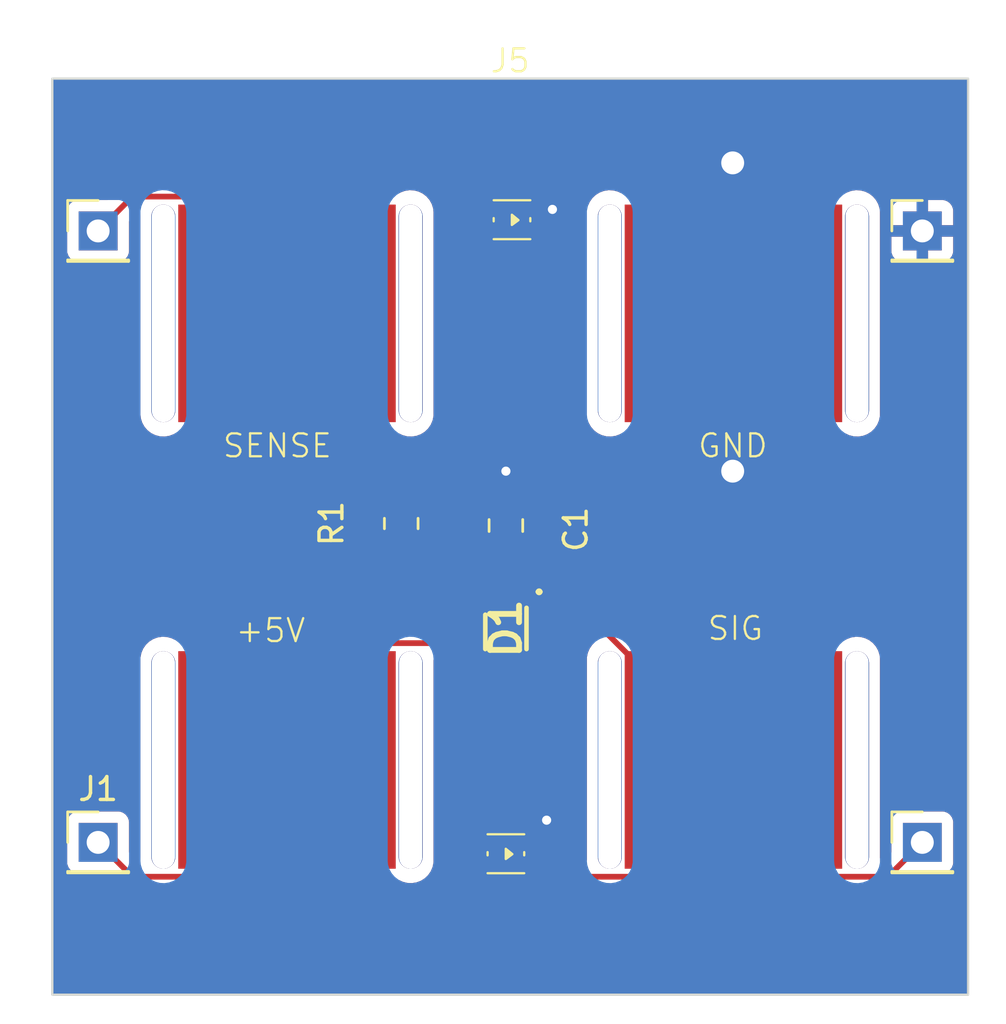
<source format=kicad_pcb>
(kicad_pcb (version 20221018) (generator pcbnew)
  (title_block (title "Bottom Block PCB") (date "2024-02-10") (rev "1.0") (company "Block Party"))
  (layers (0 "F.Cu" signal) (31 "B.Cu" signal) (34 "B.Paste" user) (35 "F.Paste" user) (36 "B.SilkS" user "B.Silkscreen") (37 "F.SilkS" user "F.Silkscreen") (38 "B.Mask" user) (39 "F.Mask" user) (44 "Edge.Cuts" user))
  (net 0 "")
  (net 1 "D5V")
  (net 2 "GND")
  (net 3 "+5V")
  (net 4 "DOUT")
  (net 5 "SENSE")
  (net 6 "DIN")
  (net 7 "Net-(LED1-DI)")
  (footprint "Connector_PinHeader_2.54mm:PinHeader_1x01_P2.54mm_Vertical" (layer "F.Cu") (at 141.7 92.41)
    (fp_text reference "J1" (at 0 -2.33) (layer "F.SilkS"))
    (fp_text value "~")
    (fp_line (start -1.33 -1.33) (end 0 -1.33) (stroke (width 0.12)) (layer "F.SilkS"))
    (fp_line (start -1.33 0) (end -1.33 -1.33) (stroke (width 0.12)) (layer "F.SilkS"))
    (fp_line (start -1.33 1.27) (end -1.33 1.33) (stroke (width 0.12)) (layer "F.SilkS"))
    (fp_line (start -1.33 1.27) (end 1.33 1.27) (stroke (width 0.12)) (layer "F.SilkS"))
    (fp_line (start -1.33 1.33) (end 1.33 1.33) (stroke (width 0.12)) (layer "F.SilkS"))
    (fp_line (start 1.33 1.27) (end 1.33 1.33) (stroke (width 0.12)) (layer "F.SilkS"))
    (pad "1" thru_hole rect (at 0 0) (size 1.7 1.7) (drill 1) (layers "*.Cu" "*.Mask") (net 3 "+5V"))
  )
  (footprint "Quinn_lib:XL-1615RGBC-WS2812B" (layer "F.Cu") (at 159.512 92.906 180)
    (fp_text reference "LED1" hide)
    (fp_text value "~")
    (fp_line (start -0.8 -0.85) (end 0.8 -0.85) (stroke (width 0.1)) (layer "F.SilkS"))
    (fp_line (start -0.8 -0.07) (end -0.8 0.07) (stroke (width 0.1)) (layer "F.SilkS"))
    (fp_line (start -0.8 0.85) (end 0.8 0.85) (stroke (width 0.1)) (layer "F.SilkS"))
    (fp_line (start 0.8 -0.07) (end 0.8 0.07) (stroke (width 0.1)) (layer "F.SilkS"))
    (fp_poly (pts (xy -0.282535 -0.017658) (xy 0.005886 -0.22956) (xy 0.005886 0.217788)) (stroke (width 0.1)) (fill solid) (layer "F.SilkS"))
    (pad "1" smd rect (at -0.75 -0.45 180) (size 0.8 0.65) (layers "F.Cu" "F.Paste" "F.Mask") (net 4 "DOUT"))
    (pad "2" smd rect (at 0.75 -0.45 180) (size 0.8 0.65) (layers "F.Cu" "F.Paste" "F.Mask") (net 1 "D5V"))
    (pad "3" smd rect (at -0.75 0.45 180) (size 0.8 0.65) (layers "F.Cu" "F.Paste" "F.Mask") (net 2 "GND"))
    (pad "4" smd rect (at 0.75 0.45 180) (size 0.8 0.65) (layers "F.Cu" "F.Paste" "F.Mask") (net 7 "Net-(LED1-DI)"))
  )
  (footprint "Connector_PinHeader_2.54mm:PinHeader_1x01_P2.54mm_Vertical" (layer "F.Cu") (at 177.7 92.41)
    (fp_text reference "J2" hide)
    (fp_text value "~")
    (fp_line (start -1.33 -1.33) (end 0 -1.33) (stroke (width 0.12)) (layer "F.SilkS"))
    (fp_line (start -1.33 0) (end -1.33 -1.33) (stroke (width 0.12)) (layer "F.SilkS"))
    (fp_line (start -1.33 1.27) (end -1.33 1.33) (stroke (width 0.12)) (layer "F.SilkS"))
    (fp_line (start -1.33 1.27) (end 1.33 1.27) (stroke (width 0.12)) (layer "F.SilkS"))
    (fp_line (start -1.33 1.33) (end 1.33 1.33) (stroke (width 0.12)) (layer "F.SilkS"))
    (fp_line (start 1.33 1.27) (end 1.33 1.33) (stroke (width 0.12)) (layer "F.SilkS"))
    (pad "1" thru_hole rect (at 0 0) (size 1.7 1.7) (drill 1) (layers "*.Cu" "*.Mask") (net 4 "DOUT"))
  )
  (footprint "Quinn_lib:XL-1615RGBC-WS2812B" (layer "F.Cu") (at 159.778 65.22 180)
    (fp_text reference "LED2" hide)
    (fp_text value "~" hide)
    (fp_line (start -0.8 -0.85) (end 0.8 -0.85) (stroke (width 0.1)) (layer "F.SilkS"))
    (fp_line (start -0.8 -0.07) (end -0.8 0.07) (stroke (width 0.1)) (layer "F.SilkS"))
    (fp_line (start -0.8 0.85) (end 0.8 0.85) (stroke (width 0.1)) (layer "F.SilkS"))
    (fp_line (start 0.8 -0.07) (end 0.8 0.07) (stroke (width 0.1)) (layer "F.SilkS"))
    (fp_poly (pts (xy -0.282535 -0.017658) (xy 0.005886 -0.22956) (xy 0.005886 0.217788)) (stroke (width 0.1)) (fill solid) (layer "F.SilkS"))
    (pad "1" smd rect (at -0.75 -0.45 180) (size 0.8 0.65) (layers "F.Cu" "F.Paste" "F.Mask") (net 7 "Net-(LED1-DI)"))
    (pad "2" smd rect (at 0.75 -0.45 180) (size 0.8 0.65) (layers "F.Cu" "F.Paste" "F.Mask") (net 1 "D5V"))
    (pad "3" smd rect (at -0.75 0.45 180) (size 0.8 0.65) (layers "F.Cu" "F.Paste" "F.Mask") (net 2 "GND"))
    (pad "4" smd rect (at 0.75 0.45 180) (size 0.8 0.65) (layers "F.Cu" "F.Paste" "F.Mask") (net 6 "DIN"))
  )
  (footprint "Connector_PinHeader_2.54mm:PinHeader_1x01_P2.54mm_Vertical" (layer "F.Cu") (at 141.7 65.71)
    (fp_text reference "J3" hide)
    (fp_text value "~")
    (fp_line (start -1.33 -1.33) (end 0 -1.33) (stroke (width 0.12)) (layer "F.SilkS"))
    (fp_line (start -1.33 0) (end -1.33 -1.33) (stroke (width 0.12)) (layer "F.SilkS"))
    (fp_line (start -1.33 1.27) (end -1.33 1.33) (stroke (width 0.12)) (layer "F.SilkS"))
    (fp_line (start -1.33 1.27) (end 1.33 1.27) (stroke (width 0.12)) (layer "F.SilkS"))
    (fp_line (start -1.33 1.33) (end 1.33 1.33) (stroke (width 0.12)) (layer "F.SilkS"))
    (fp_line (start 1.33 1.27) (end 1.33 1.33) (stroke (width 0.12)) (layer "F.SilkS"))
    (pad "1" thru_hole rect (at 0 0) (size 1.7 1.7) (drill 1) (layers "*.Cu" "*.Mask") (net 5 "SENSE"))
  )
  (footprint "Capacitor_SMD:C_0805_2012Metric" (layer "F.Cu") (at 159.512 78.573281 90)
    (fp_text reference "C1" (at -0.166719 3.048 90) (layer "F.SilkS"))
    (fp_text value "3.3uF")
    (fp_line (start -0.261252 -0.735) (end 0.261252 -0.735) (stroke (width 0.12)) (layer "F.SilkS"))
    (fp_line (start -0.261252 0.735) (end 0.261252 0.735) (stroke (width 0.12)) (layer "F.SilkS"))
    (pad "1" smd roundrect (at -0.95 0 90) (size 1 1.45) (layers "F.Cu" "F.Paste" "F.Mask") (net 1 "D5V"))
    (pad "2" smd roundrect (at 0.95 0 90) (size 1 1.45) (layers "F.Cu" "F.Paste" "F.Mask") (net 2 "GND"))
  )
  (footprint "Connector_PinHeader_2.54mm:PinHeader_1x01_P2.54mm_Vertical" (layer "F.Cu") (at 177.7 65.71)
    (fp_text reference "J4" hide)
    (fp_text value "~")
    (fp_line (start -1.33 -1.33) (end 0 -1.33) (stroke (width 0.12)) (layer "F.SilkS"))
    (fp_line (start -1.33 0) (end -1.33 -1.33) (stroke (width 0.12)) (layer "F.SilkS"))
    (fp_line (start -1.33 1.27) (end -1.33 1.33) (stroke (width 0.12)) (layer "F.SilkS"))
    (fp_line (start -1.33 1.27) (end 1.33 1.27) (stroke (width 0.12)) (layer "F.SilkS"))
    (fp_line (start -1.33 1.33) (end 1.33 1.33) (stroke (width 0.12)) (layer "F.SilkS"))
    (fp_line (start 1.33 1.27) (end 1.33 1.33) (stroke (width 0.12)) (layer "F.SilkS"))
    (pad "1" thru_hole rect (at 0 0) (size 1.7 1.7) (drill 1) (layers "*.Cu" "*.Mask") (net 2 "GND"))
  )
  (footprint "Resistor_SMD:R_0805_2012Metric" (layer "F.Cu") (at 154.94 78.486 -90)
    (fp_text reference "R1" (at 0 3.048 90) (layer "F.SilkS"))
    (fp_text value "10k")
    (fp_line (start -0.227064 -0.735) (end 0.227064 -0.735) (stroke (width 0.12)) (layer "F.SilkS"))
    (fp_line (start -0.227064 0.735) (end 0.227064 0.735) (stroke (width 0.12)) (layer "F.SilkS"))
    (pad "1" smd roundrect (at -0.9125 0 270) (size 1.025 1.4) (layers "F.Cu" "F.Paste" "F.Mask") (roundrect_rratio 0.243902) (net 5 "SENSE"))
    (pad "2" smd roundrect (at 0.9125 0 270) (size 1.025 1.4) (layers "F.Cu" "F.Paste" "F.Mask") (roundrect_rratio 0.243902) (net 2 "GND"))
  )
  (footprint "KiCad:1N4007W" (layer "F.Cu") (at 159.512 83.068259 -90)
    (fp_text reference "D1" (at 0 0 90) (layer "F.SilkS") (effects (font (size 1.27 1.27) (thickness 0.254))))
    (fp_text value "1N4007W" hide)
    (fp_line (start -1.6 -1.5) (end -1.6 -1.5) (stroke (width 0.2)) (layer "F.SilkS"))
    (fp_line (start -1.6 -1.5) (end -1.6 -1.4) (stroke (width 0.2)) (layer "F.SilkS"))
    (fp_line (start -1.6 -1.4) (end -1.6 -1.4) (stroke (width 0.2)) (layer "F.SilkS"))
    (fp_line (start -0.9 -0.9) (end 0.9 -0.9) (stroke (width 0.2)) (layer "F.SilkS"))
    (fp_line (start -0.6 0.9) (end 0.9 0.9) (stroke (width 0.2)) (layer "F.SilkS"))
    (fp_arc (start -1.6 -1.5) (mid -1.55 -1.45) (end -1.6 -1.4) (stroke (width 0.2)) (layer "F.SilkS"))
    (fp_arc (start -1.6 -1.4) (mid -1.65 -1.45) (end -1.6 -1.5) (stroke (width 0.2)) (layer "F.SilkS"))
    (pad "1" smd rect (at -1.6 0) (size 1.2 1.2) (layers "F.Cu" "F.Paste" "F.Mask") (net 1 "D5V"))
    (pad "2" smd rect (at 1.6 0) (size 1.2 1.2) (layers "F.Cu" "F.Paste" "F.Mask") (net 3 "+5V"))
  )
  (footprint "Quinn_lib:Bottom Block Connector" (layer "F.Cu") (at 159.7 79.06)
    (fp_text reference "J5" (at 0 -20.78 unlocked) (layer "F.SilkS") (effects (font (thickness 0.1))))
    (fp_text value "~")
    (fp_text user "SIG" (at 8.556951 4.592293 unlocked) (layer "F.SilkS") (effects (font (thickness 0.1)) (justify left bottom)))
    (fp_text user "SENSE" (at -12.618985 -3.383665 unlocked) (layer "F.SilkS") (effects (font (thickness 0.1)) (justify left bottom)))
    (fp_text user "+5V" (at -12.059269 4.685579 unlocked) (layer "F.SilkS") (effects (font (thickness 0.1)) (justify left bottom)))
    (fp_text user "GND" (at 8.137164 -3.383665 unlocked) (layer "F.SilkS") (effects (font (thickness 0.1)) (justify left bottom)))
    (pad "1" smd rect (at 9.75 -9.75) (size 9.5 9.5) (layers "F.Cu" "F.Paste" "F.Mask") (net 2 "GND"))
    (pad "2" smd rect (at -9.75 -9.75) (size 9.5 9.5) (layers "F.Cu" "F.Paste" "F.Mask") (net 5 "SENSE"))
    (pad "3" smd rect (at 9.75 9.75) (size 9.5 9.5) (layers "F.Cu" "F.Paste" "F.Mask") (net 6 "DIN"))
    (pad "4" smd rect (at -9.75 9.75) (size 9.5 9.5) (layers "F.Cu" "F.Paste" "F.Mask") (net 3 "+5V"))
    (pad "5" thru_hole oval (at -15.15 -9.75) (size 1.05 9.5) (drill oval 1 9.75) (layers "*.Mask"))
    (pad "5" thru_hole oval (at -15.15 9.75) (size 1.05 9.5) (drill oval 1 9.75) (layers "*.Mask"))
    (pad "5" thru_hole oval (at -4.35 -9.75) (size 1.05 9.5) (drill oval 1 9.75) (layers "*.Mask"))
    (pad "5" thru_hole oval (at -4.35 9.75) (size 1.05 9.5) (drill oval 1 9.75) (layers "*.Mask"))
    (pad "5" thru_hole oval (at 4.35 -9.75) (size 1.05 9.5) (drill oval 1 9.75) (layers "*.Mask"))
    (pad "5" thru_hole oval (at 4.35 9.75) (size 1.05 9.5) (drill oval 1 9.75) (layers "*.Mask"))
    (pad "5" thru_hole oval (at 15.15 -9.75) (size 1.05 9.5) (drill oval 1 9.75) (layers "*.Mask"))
    (pad "5" thru_hole oval (at 15.15 9.75) (size 1.05 9.5) (drill oval 1 9.75) (layers "*.Mask"))
  )
  (gr_rect (start 139.7 59.06) (end 179.7 99.06) (stroke (width 0.1)) (fill none) (layer "Edge.Cuts"))
  (segment (start 158.037 87.835) (end 160.437 85.435) (width 0.25) (layer "F.Cu") (net 1))
  (segment (start 160.437 85.435) (end 160.437 82.393259) (width 0.25) (layer "F.Cu") (net 1))
  (segment (start 159.512 79.523281) (end 158.462 78.473281) (width 0.25) (layer "F.Cu") (net 1))
  (segment (start 158.037 93.281) (end 158.037 87.835) (width 0.25) (layer "F.Cu") (net 1))
  (segment (start 158.462 66.236) (end 159.028 65.67) (width 0.25) (layer "F.Cu") (net 1))
  (segment (start 158.112 93.356) (end 158.037 93.281) (width 0.25) (layer "F.Cu") (net 1))
  (segment (start 158.462 78.473281) (end 158.462 66.236) (width 0.25) (layer "F.Cu") (net 1))
  (segment (start 159.512 81.468259) (end 159.512 79.523281) (width 0.25) (layer "F.Cu") (net 1))
  (segment (start 158.762 93.356) (end 158.112 93.356) (width 0.25) (layer "F.Cu") (net 1))
  (segment (start 160.437 82.393259) (end 159.512 81.468259) (width 0.25) (layer "F.Cu") (net 1))
  (segment (start 169.45 62.77) (end 169.418 62.738) (width 0.25) (layer "F.Cu") (net 2))
  (segment (start 160.528 64.77) (end 161.544 64.77) (width 0.25) (layer "F.Cu") (net 2))
  (segment (start 169.45 69.31) (end 169.45 62.77) (width 2) (layer "F.Cu") (net 2))
  (segment (start 169.45 69.31) (end 169.45 76.168) (width 2) (layer "F.Cu") (net 2))
  (segment (start 169.45 76.168) (end 169.418 76.2) (width 0.25) (layer "F.Cu") (net 2))
  (via (at 161.29 91.44) (size 0.8) (drill 0.4) (layers "F.Cu" "B.Cu") (net 2))
  (via (at 169.418 76.2) (size 2.2) (drill 1) (layers "F.Cu" "B.Cu") (net 2))
  (via (at 161.544 64.77) (size 0.8) (drill 0.4) (layers "F.Cu" "B.Cu") (net 2))
  (via (at 169.418 62.738) (size 2.2) (drill 1) (layers "F.Cu" "B.Cu") (net 2))
  (via (at 159.512 76.2) (size 0.8) (drill 0.4) (layers "F.Cu" "B.Cu") (net 2))
  (segment (start 158.553741 83.71) (end 153.526 83.71) (width 0.25) (layer "F.Cu") (net 3))
  (segment (start 149.95 93.81) (end 149.95 88.81) (width 0.25) (layer "F.Cu") (net 3))
  (segment (start 149.85 93.91) (end 149.95 93.81) (width 0.25) (layer "F.Cu") (net 3))
  (segment (start 149.95 87.286) (end 149.95 88.81) (width 0.25) (layer "F.Cu") (net 3))
  (segment (start 143.2 93.91) (end 149.85 93.91) (width 0.25) (layer "F.Cu") (net 3))
  (segment (start 153.526 83.71) (end 149.95 87.286) (width 0.25) (layer "F.Cu") (net 3))
  (segment (start 159.512 84.668259) (end 158.553741 83.71) (width 0.25) (layer "F.Cu") (net 3))
  (segment (start 141.7 92.41) (end 143.2 93.91) (width 0.25) (layer "F.Cu") (net 3))
  (segment (start 160.262 93.356) (end 160.816 93.91) (width 0.25) (layer "F.Cu") (net 4))
  (segment (start 160.816 93.91) (end 176.2 93.91) (width 0.25) (layer "F.Cu") (net 4))
  (segment (start 176.2 93.91) (end 177.7 92.41) (width 0.25) (layer "F.Cu") (net 4))
  (segment (start 149.95 69.31) (end 149.95 64.31) (width 0.25) (layer "F.Cu") (net 5))
  (segment (start 149.85 64.21) (end 143.2 64.21) (width 0.25) (layer "F.Cu") (net 5))
  (segment (start 149.95 64.31) (end 149.85 64.21) (width 0.25) (layer "F.Cu") (net 5))
  (segment (start 149.95 72.5835) (end 154.94 77.5735) (width 0.25) (layer "F.Cu") (net 5))
  (segment (start 149.95 69.31) (end 149.95 72.5835) (width 0.25) (layer "F.Cu") (net 5))
  (segment (start 143.2 64.21) (end 141.7 65.71) (width 0.25) (layer "F.Cu") (net 5))
  (segment (start 161.844305 64.045) (end 162.269 64.469695) (width 0.25) (layer "F.Cu") (net 6))
  (segment (start 162.269 81.629) (end 169.45 88.81) (width 0.25) (layer "F.Cu") (net 6))
  (segment (start 162.269 64.469695) (end 162.269 81.629) (width 0.25) (layer "F.Cu") (net 6))
  (segment (start 159.028 64.77) (end 159.753 64.045) (width 0.25) (layer "F.Cu") (net 6))
  (segment (start 159.753 64.045) (end 161.844305 64.045) (width 0.25) (layer "F.Cu") (net 6))
  (segment (start 160.887 66.029) (end 160.887 90.331) (width 0.25) (layer "F.Cu") (net 7))
  (segment (start 160.887 90.331) (end 158.762 92.456) (width 0.25) (layer "F.Cu") (net 7))
  (segment (start 160.562 65.704) (end 160.887 66.029) (width 0.25) (layer "F.Cu") (net 7))
  (zone (net 2) (net_name "GND") (layers "F&B.Cu") (connect_pads (clearance 0.5)) (min_thickness 0.25) (fill yes (thermal_gap 0.5) (thermal_bridge_width 0.5))
    (polygon (pts (xy 137.414 55.626) (xy 181.356 55.626) (xy 181.356 100.33) (xy 137.414 100.33)))
  )
)
</source>
